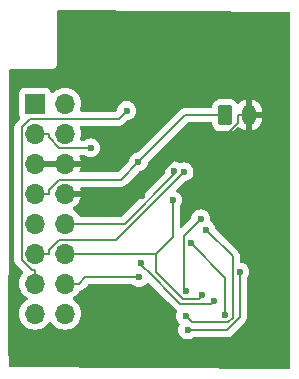
<source format=gbr>
%TF.GenerationSoftware,KiCad,Pcbnew,8.0.0*%
%TF.CreationDate,2024-04-03T23:18:40+02:00*%
%TF.ProjectId,PowerSubsystem,506f7765-7253-4756-9273-797374656d2e,rev?*%
%TF.SameCoordinates,Original*%
%TF.FileFunction,Copper,L2,Bot*%
%TF.FilePolarity,Positive*%
%FSLAX46Y46*%
G04 Gerber Fmt 4.6, Leading zero omitted, Abs format (unit mm)*
G04 Created by KiCad (PCBNEW 8.0.0) date 2024-04-03 23:18:40*
%MOMM*%
%LPD*%
G01*
G04 APERTURE LIST*
G04 Aperture macros list*
%AMRoundRect*
0 Rectangle with rounded corners*
0 $1 Rounding radius*
0 $2 $3 $4 $5 $6 $7 $8 $9 X,Y pos of 4 corners*
0 Add a 4 corners polygon primitive as box body*
4,1,4,$2,$3,$4,$5,$6,$7,$8,$9,$2,$3,0*
0 Add four circle primitives for the rounded corners*
1,1,$1+$1,$2,$3*
1,1,$1+$1,$4,$5*
1,1,$1+$1,$6,$7*
1,1,$1+$1,$8,$9*
0 Add four rect primitives between the rounded corners*
20,1,$1+$1,$2,$3,$4,$5,0*
20,1,$1+$1,$4,$5,$6,$7,0*
20,1,$1+$1,$6,$7,$8,$9,0*
20,1,$1+$1,$8,$9,$2,$3,0*%
G04 Aperture macros list end*
%TA.AperFunction,ComponentPad*%
%ADD10RoundRect,0.250000X-0.350000X-0.625000X0.350000X-0.625000X0.350000X0.625000X-0.350000X0.625000X0*%
%TD*%
%TA.AperFunction,ComponentPad*%
%ADD11O,1.200000X1.750000*%
%TD*%
%TA.AperFunction,ComponentPad*%
%ADD12R,1.700000X1.700000*%
%TD*%
%TA.AperFunction,ComponentPad*%
%ADD13O,1.700000X1.700000*%
%TD*%
%TA.AperFunction,ViaPad*%
%ADD14C,0.600000*%
%TD*%
%TA.AperFunction,Conductor*%
%ADD15C,0.200000*%
%TD*%
G04 APERTURE END LIST*
D10*
%TO.P,J2,1,Pin_1*%
%TO.N,/+BATT*%
X131760000Y-74380000D03*
D11*
%TO.P,J2,2,Pin_2*%
%TO.N,GND*%
X133760000Y-74380000D03*
%TD*%
D12*
%TO.P,J1,1,Pin_1*%
%TO.N,/Motor1A*%
X115660000Y-73410000D03*
D13*
%TO.P,J1,2,Pin_2*%
%TO.N,/PWM1*%
X118200000Y-73410000D03*
%TO.P,J1,3,Pin_3*%
%TO.N,/Motor1B*%
X115660000Y-75950000D03*
%TO.P,J1,4,Pin_4*%
%TO.N,/PWM2*%
X118200000Y-75950000D03*
%TO.P,J1,5,Pin_5*%
%TO.N,GND*%
X115660000Y-78490000D03*
%TO.P,J1,6,Pin_6*%
X118200000Y-78490000D03*
%TO.P,J1,7,Pin_7*%
%TO.N,/+BATT*%
X115660000Y-81030000D03*
%TO.P,J1,8,Pin_8*%
%TO.N,GND*%
X118200000Y-81030000D03*
%TO.P,J1,9,Pin_9*%
%TO.N,/PD7*%
X115660000Y-83570000D03*
%TO.P,J1,10,Pin_10*%
%TO.N,/BATT_ADC*%
X118200000Y-83570000D03*
%TO.P,J1,11,Pin_11*%
%TO.N,VCC1*%
X115660000Y-86110000D03*
%TO.P,J1,12,Pin_12*%
%TO.N,VCC2*%
X118200000Y-86110000D03*
%TO.P,J1,13,Pin_13*%
%TO.N,/Motor2B*%
X115660000Y-88650000D03*
%TO.P,J1,14,Pin_14*%
%TO.N,/PWM3*%
X118200000Y-88650000D03*
%TO.P,J1,15,Pin_15*%
%TO.N,/Motor2A*%
X115660000Y-91190000D03*
%TO.P,J1,16,Pin_16*%
%TO.N,/PWM4*%
X118200000Y-91190000D03*
%TD*%
D14*
%TO.N,Net-(U2-VOUT)*%
X124624000Y-86892500D03*
X130812800Y-90128500D03*
%TO.N,/+BATT*%
X124410000Y-78334000D03*
%TO.N,Net-(IC1-VCP)*%
X131760400Y-91294900D03*
X128837600Y-85227600D03*
%TO.N,/PWM3*%
X124480200Y-88104100D03*
%TO.N,/Motor1B*%
X120350300Y-77147400D03*
%TO.N,/Motor2B*%
X123406900Y-74002500D03*
%TO.N,/BATT_ADC*%
X127438200Y-79109500D03*
%TO.N,Net-(U1-\u002ACHRG)*%
X128424600Y-89288000D03*
X129669500Y-83164600D03*
%TO.N,Net-(U1-\u002ASTDBY)*%
X128395600Y-91393300D03*
X130131200Y-84076200D03*
%TO.N,VCC2*%
X129792100Y-89641000D03*
X127292700Y-81596300D03*
%TO.N,GND*%
X124730200Y-81219400D03*
%TO.N,VCC1*%
X128261700Y-79183100D03*
%TO.N,Net-(U1-CE)*%
X132991700Y-87655800D03*
X128563000Y-92569100D03*
%TD*%
D15*
%TO.N,Net-(U2-VOUT)*%
X125514900Y-87932400D02*
X125514900Y-87934500D01*
X128625500Y-90349400D02*
X128627000Y-90347900D01*
X124624000Y-87041500D02*
X125514900Y-87932400D01*
X130593400Y-90347900D02*
X130812800Y-90128500D01*
X127785700Y-90203200D02*
X127930400Y-90347900D01*
X128066200Y-90347900D02*
X128067700Y-90349400D01*
X128067700Y-90349400D02*
X128625500Y-90349400D01*
X127930400Y-90347900D02*
X128066200Y-90347900D01*
X125514900Y-87934500D02*
X127340700Y-89760300D01*
X127422700Y-89842300D02*
X127783600Y-90203200D01*
X127340900Y-89760300D02*
X127422700Y-89842100D01*
X127340700Y-89760300D02*
X127340900Y-89760300D01*
X124624000Y-86892500D02*
X124624000Y-87041500D01*
X128627000Y-90347900D02*
X130593400Y-90347900D01*
X127783600Y-90203200D02*
X127785700Y-90203200D01*
X127422700Y-89842100D02*
X127422700Y-89842300D01*
%TO.N,/+BATT*%
X128364000Y-74380000D02*
X124410000Y-78334000D01*
X116811700Y-80741900D02*
X116811700Y-81030000D01*
X115660000Y-81030000D02*
X116811700Y-81030000D01*
X117724200Y-79829400D02*
X116811700Y-80741900D01*
X124410000Y-78334000D02*
X122914600Y-79829400D01*
X122914600Y-79829400D02*
X117724200Y-79829400D01*
X131760000Y-74380000D02*
X128364000Y-74380000D01*
%TO.N,Net-(IC1-VCP)*%
X131760400Y-88150400D02*
X131760400Y-91294900D01*
X128837600Y-85227600D02*
X131760400Y-88150400D01*
%TO.N,/PWM3*%
X119897600Y-88104100D02*
X119351700Y-88650000D01*
X118200000Y-88650000D02*
X119351700Y-88650000D01*
X124480200Y-88104100D02*
X119897600Y-88104100D01*
%TO.N,/Motor1B*%
X117721200Y-77147400D02*
X120350300Y-77147400D01*
X116811700Y-76237900D02*
X117721200Y-77147400D01*
X116811700Y-75950000D02*
X116811700Y-76237900D01*
X115660000Y-75950000D02*
X116811700Y-75950000D01*
%TO.N,/Motor2B*%
X115253300Y-74678200D02*
X122731200Y-74678200D01*
X115660000Y-87498300D02*
X115372000Y-87498300D01*
X114508300Y-86634600D02*
X114508300Y-75423200D01*
X115660000Y-88650000D02*
X115660000Y-87498300D01*
X114508300Y-75423200D02*
X115253300Y-74678200D01*
X115372000Y-87498300D02*
X114508300Y-86634600D01*
X122731200Y-74678200D02*
X123406900Y-74002500D01*
%TO.N,/BATT_ADC*%
X127438200Y-79393600D02*
X123261800Y-83570000D01*
X123261800Y-83570000D02*
X119351700Y-83570000D01*
X127438200Y-79109500D02*
X127438200Y-79393600D01*
X118200000Y-83570000D02*
X119351700Y-83570000D01*
%TO.N,Net-(U1-\u002ACHRG)*%
X128235800Y-84598300D02*
X128235800Y-89099200D01*
X129669500Y-83164600D02*
X128235800Y-84598300D01*
X128235800Y-89099200D02*
X128424600Y-89288000D01*
%TO.N,Net-(U1-\u002ASTDBY)*%
X128395600Y-91393300D02*
X128919400Y-91917100D01*
X132012400Y-91917100D02*
X132375300Y-91554200D01*
X132375300Y-91554200D02*
X132375300Y-86320300D01*
X128919400Y-91917100D02*
X132012400Y-91917100D01*
X132375300Y-86320300D02*
X130131200Y-84076200D01*
%TO.N,VCC2*%
X129514400Y-89918700D02*
X129792100Y-89641000D01*
X125916600Y-86110000D02*
X119351700Y-86110000D01*
X118200000Y-86110000D02*
X119351700Y-86110000D01*
X127292700Y-84733900D02*
X125916600Y-86110000D01*
X125916600Y-86110000D02*
X125916600Y-87693500D01*
X127292700Y-81596300D02*
X127292700Y-84733900D01*
X125916600Y-87693500D02*
X128141800Y-89918700D01*
X128141800Y-89918700D02*
X129514400Y-89918700D01*
%TO.N,GND*%
X128369000Y-77258600D02*
X124569200Y-81058400D01*
X118200000Y-81030000D02*
X119351700Y-81030000D01*
X119380100Y-81058400D02*
X119351700Y-81030000D01*
X133760000Y-74380000D02*
X132858300Y-74380000D01*
X124569200Y-81058400D02*
X124730200Y-81219400D01*
X132858300Y-75056300D02*
X130656000Y-77258600D01*
X124569200Y-81058400D02*
X119380100Y-81058400D01*
X130656000Y-77258600D02*
X128369000Y-77258600D01*
X132858300Y-74380000D02*
X132858300Y-75056300D01*
%TO.N,VCC1*%
X116811700Y-86110000D02*
X116811700Y-85822000D01*
X117675400Y-84958300D02*
X122486500Y-84958300D01*
X122486500Y-84958300D02*
X128261700Y-79183100D01*
X116811700Y-85822000D02*
X117675400Y-84958300D01*
X115660000Y-86110000D02*
X116811700Y-86110000D01*
%TO.N,Net-(U1-CE)*%
X131935700Y-92569100D02*
X132991700Y-91513100D01*
X128563000Y-92569100D02*
X131935700Y-92569100D01*
X132991700Y-91513100D02*
X132991700Y-87655800D01*
%TD*%
%TA.AperFunction,Conductor*%
%TO.N,GND*%
G36*
X118393039Y-80449585D02*
G01*
X118438794Y-80502389D01*
X118450000Y-80553900D01*
X118450000Y-80596988D01*
X118392993Y-80564075D01*
X118265826Y-80530000D01*
X118134174Y-80530000D01*
X118007007Y-80564075D01*
X117950000Y-80596988D01*
X117950000Y-80553900D01*
X117969685Y-80486861D01*
X118022489Y-80441106D01*
X118074000Y-80429900D01*
X118326000Y-80429900D01*
X118393039Y-80449585D01*
G37*
%TD.AperFunction*%
%TA.AperFunction,Conductor*%
G36*
X118450000Y-79104900D02*
G01*
X118430315Y-79171939D01*
X118377511Y-79217694D01*
X118326000Y-79228900D01*
X118074000Y-79228900D01*
X118006961Y-79209215D01*
X117961206Y-79156411D01*
X117950000Y-79104900D01*
X117950000Y-78923012D01*
X118007007Y-78955925D01*
X118134174Y-78990000D01*
X118265826Y-78990000D01*
X118392993Y-78955925D01*
X118450000Y-78923012D01*
X118450000Y-79104900D01*
G37*
%TD.AperFunction*%
%TA.AperFunction,Conductor*%
G36*
X117734075Y-78297007D02*
G01*
X117700000Y-78424174D01*
X117700000Y-78555826D01*
X117734075Y-78682993D01*
X117766988Y-78740000D01*
X116093012Y-78740000D01*
X116125925Y-78682993D01*
X116160000Y-78555826D01*
X116160000Y-78424174D01*
X116125925Y-78297007D01*
X116093012Y-78240000D01*
X117766988Y-78240000D01*
X117734075Y-78297007D01*
G37*
%TD.AperFunction*%
%TA.AperFunction,Conductor*%
G36*
X137136792Y-65606005D02*
G01*
X137203687Y-65626174D01*
X137249059Y-65679308D01*
X137259895Y-65729923D01*
X137279096Y-95730876D01*
X137259454Y-95797928D01*
X137206680Y-95843716D01*
X137154198Y-95854952D01*
X113542676Y-95683923D01*
X113475781Y-95663753D01*
X113430409Y-95610619D01*
X113419594Y-95562130D01*
X113390534Y-93927453D01*
X113390514Y-93924938D01*
X113395189Y-92061396D01*
X113402540Y-89130518D01*
X113408602Y-86713654D01*
X113907798Y-86713654D01*
X113912228Y-86730185D01*
X113948723Y-86866385D01*
X113948724Y-86866387D01*
X113948723Y-86866387D01*
X113963801Y-86892501D01*
X113963802Y-86892503D01*
X114027775Y-87003309D01*
X114027781Y-87003317D01*
X114146649Y-87122185D01*
X114146655Y-87122190D01*
X114624602Y-87600137D01*
X114658087Y-87661460D01*
X114653103Y-87731152D01*
X114624615Y-87775487D01*
X114621506Y-87778596D01*
X114485965Y-87972169D01*
X114485964Y-87972171D01*
X114386098Y-88186335D01*
X114386094Y-88186344D01*
X114324938Y-88414586D01*
X114324936Y-88414596D01*
X114304341Y-88649999D01*
X114304341Y-88650000D01*
X114324936Y-88885403D01*
X114324938Y-88885413D01*
X114386094Y-89113655D01*
X114386096Y-89113659D01*
X114386097Y-89113663D01*
X114449906Y-89250501D01*
X114485965Y-89327830D01*
X114485967Y-89327834D01*
X114594281Y-89482521D01*
X114621501Y-89521396D01*
X114621506Y-89521402D01*
X114788597Y-89688493D01*
X114788603Y-89688498D01*
X114974158Y-89818425D01*
X115017783Y-89873002D01*
X115024977Y-89942500D01*
X114993454Y-90004855D01*
X114974158Y-90021575D01*
X114788597Y-90151505D01*
X114621505Y-90318597D01*
X114485965Y-90512169D01*
X114485964Y-90512171D01*
X114386098Y-90726335D01*
X114386094Y-90726344D01*
X114324938Y-90954586D01*
X114324936Y-90954596D01*
X114304341Y-91189999D01*
X114304341Y-91190000D01*
X114324936Y-91425403D01*
X114324938Y-91425413D01*
X114386094Y-91653655D01*
X114386096Y-91653659D01*
X114386097Y-91653663D01*
X114390000Y-91662032D01*
X114485965Y-91867830D01*
X114485967Y-91867834D01*
X114505383Y-91895562D01*
X114621505Y-92061401D01*
X114788599Y-92228495D01*
X114885384Y-92296265D01*
X114982165Y-92364032D01*
X114982167Y-92364033D01*
X114982170Y-92364035D01*
X115196337Y-92463903D01*
X115424592Y-92525063D01*
X115612918Y-92541539D01*
X115659999Y-92545659D01*
X115660000Y-92545659D01*
X115660001Y-92545659D01*
X115699234Y-92542226D01*
X115895408Y-92525063D01*
X116123663Y-92463903D01*
X116337830Y-92364035D01*
X116531401Y-92228495D01*
X116698495Y-92061401D01*
X116828425Y-91875842D01*
X116883002Y-91832217D01*
X116952500Y-91825023D01*
X117014855Y-91856546D01*
X117031575Y-91875842D01*
X117161500Y-92061395D01*
X117161505Y-92061401D01*
X117328599Y-92228495D01*
X117425384Y-92296265D01*
X117522165Y-92364032D01*
X117522167Y-92364033D01*
X117522170Y-92364035D01*
X117736337Y-92463903D01*
X117964592Y-92525063D01*
X118152918Y-92541539D01*
X118199999Y-92545659D01*
X118200000Y-92545659D01*
X118200001Y-92545659D01*
X118239234Y-92542226D01*
X118435408Y-92525063D01*
X118663663Y-92463903D01*
X118877830Y-92364035D01*
X119071401Y-92228495D01*
X119238495Y-92061401D01*
X119374035Y-91867830D01*
X119473903Y-91653663D01*
X119535063Y-91425408D01*
X119555659Y-91190000D01*
X119535063Y-90954592D01*
X119473903Y-90726337D01*
X119374035Y-90512171D01*
X119368425Y-90504158D01*
X119238494Y-90318597D01*
X119071402Y-90151506D01*
X119071396Y-90151501D01*
X118885842Y-90021575D01*
X118842217Y-89966998D01*
X118835023Y-89897500D01*
X118866546Y-89835145D01*
X118885842Y-89818425D01*
X118908026Y-89802891D01*
X119071401Y-89688495D01*
X119238495Y-89521401D01*
X119374035Y-89327830D01*
X119382707Y-89309233D01*
X119428879Y-89256793D01*
X119462990Y-89241863D01*
X119583485Y-89209577D01*
X119637732Y-89178257D01*
X119720416Y-89130520D01*
X119832220Y-89018716D01*
X119832220Y-89018714D01*
X119842421Y-89008514D01*
X119842424Y-89008509D01*
X120110017Y-88740916D01*
X120171339Y-88707434D01*
X120197697Y-88704600D01*
X123897788Y-88704600D01*
X123964827Y-88724285D01*
X123975103Y-88731655D01*
X123977936Y-88733914D01*
X123977938Y-88733916D01*
X124130678Y-88829889D01*
X124300945Y-88889468D01*
X124300950Y-88889469D01*
X124480196Y-88909665D01*
X124480200Y-88909665D01*
X124480204Y-88909665D01*
X124659449Y-88889469D01*
X124659452Y-88889468D01*
X124659455Y-88889468D01*
X124829722Y-88829889D01*
X124982462Y-88733916D01*
X125110016Y-88606362D01*
X125115080Y-88598301D01*
X125167413Y-88552010D01*
X125236467Y-88541360D01*
X125300316Y-88569734D01*
X125307756Y-88576591D01*
X126855839Y-90124674D01*
X126855849Y-90124685D01*
X126860179Y-90129015D01*
X126860180Y-90129016D01*
X126942180Y-90211016D01*
X127053985Y-90322821D01*
X127414880Y-90683717D01*
X127417458Y-90685695D01*
X127429657Y-90696393D01*
X127561684Y-90828420D01*
X127628842Y-90867193D01*
X127677058Y-90917760D01*
X127690282Y-90986367D01*
X127671841Y-91040547D01*
X127669809Y-91043780D01*
X127610233Y-91214037D01*
X127610230Y-91214050D01*
X127590035Y-91393296D01*
X127590035Y-91393303D01*
X127610230Y-91572549D01*
X127610231Y-91572554D01*
X127669811Y-91742823D01*
X127765784Y-91895562D01*
X127864755Y-91994533D01*
X127898240Y-92055856D01*
X127893256Y-92125548D01*
X127882069Y-92148185D01*
X127837211Y-92219577D01*
X127777631Y-92389845D01*
X127777630Y-92389850D01*
X127757435Y-92569096D01*
X127757435Y-92569103D01*
X127777630Y-92748349D01*
X127777631Y-92748354D01*
X127837211Y-92918623D01*
X127933184Y-93071362D01*
X128060738Y-93198916D01*
X128213478Y-93294889D01*
X128383745Y-93354468D01*
X128383750Y-93354469D01*
X128562996Y-93374665D01*
X128563000Y-93374665D01*
X128563004Y-93374665D01*
X128742249Y-93354469D01*
X128742252Y-93354468D01*
X128742255Y-93354468D01*
X128912522Y-93294889D01*
X129065262Y-93198916D01*
X129065267Y-93198910D01*
X129068097Y-93196655D01*
X129070275Y-93195765D01*
X129071158Y-93195211D01*
X129071255Y-93195365D01*
X129132783Y-93170245D01*
X129145412Y-93169600D01*
X131849031Y-93169600D01*
X131849047Y-93169601D01*
X131856643Y-93169601D01*
X132014754Y-93169601D01*
X132014757Y-93169601D01*
X132167485Y-93128677D01*
X132217604Y-93099739D01*
X132304416Y-93049620D01*
X132416220Y-92937816D01*
X132416220Y-92937814D01*
X132426428Y-92927607D01*
X132426429Y-92927604D01*
X133472220Y-91881816D01*
X133551277Y-91744884D01*
X133592201Y-91592157D01*
X133592201Y-91434042D01*
X133592201Y-91426447D01*
X133592200Y-91426429D01*
X133592200Y-88238212D01*
X133611885Y-88171173D01*
X133619255Y-88160897D01*
X133621510Y-88158067D01*
X133621516Y-88158062D01*
X133717489Y-88005322D01*
X133777068Y-87835055D01*
X133777069Y-87835049D01*
X133797265Y-87655803D01*
X133797265Y-87655796D01*
X133777069Y-87476550D01*
X133777068Y-87476545D01*
X133757017Y-87419243D01*
X133717489Y-87306278D01*
X133621516Y-87153538D01*
X133493962Y-87025984D01*
X133457875Y-87003309D01*
X133341223Y-86930011D01*
X133170952Y-86870431D01*
X133085915Y-86860849D01*
X133021502Y-86833782D01*
X132981947Y-86776187D01*
X132975800Y-86737629D01*
X132975800Y-86409360D01*
X132975801Y-86409347D01*
X132975801Y-86241244D01*
X132934876Y-86088514D01*
X132934873Y-86088509D01*
X132855824Y-85951590D01*
X132855818Y-85951582D01*
X130961900Y-84057665D01*
X130928415Y-83996342D01*
X130926363Y-83983886D01*
X130916568Y-83896945D01*
X130856989Y-83726678D01*
X130761016Y-83573938D01*
X130633462Y-83446384D01*
X130521856Y-83376257D01*
X130475567Y-83323924D01*
X130464610Y-83257382D01*
X130475065Y-83164600D01*
X130472977Y-83146065D01*
X130454869Y-82985350D01*
X130454868Y-82985345D01*
X130448332Y-82966666D01*
X130395289Y-82815078D01*
X130299316Y-82662338D01*
X130171762Y-82534784D01*
X130166537Y-82531501D01*
X130019023Y-82438811D01*
X129848754Y-82379231D01*
X129848749Y-82379230D01*
X129669504Y-82359035D01*
X129669496Y-82359035D01*
X129490250Y-82379230D01*
X129490245Y-82379231D01*
X129319976Y-82438811D01*
X129167237Y-82534784D01*
X129039684Y-82662337D01*
X128943710Y-82815078D01*
X128884130Y-82985350D01*
X128874337Y-83072268D01*
X128847270Y-83136682D01*
X128838798Y-83146065D01*
X128104881Y-83879983D01*
X128043558Y-83913468D01*
X127973867Y-83908484D01*
X127917933Y-83866612D01*
X127893516Y-83801148D01*
X127893200Y-83792302D01*
X127893200Y-82178712D01*
X127912885Y-82111673D01*
X127920255Y-82101397D01*
X127922510Y-82098567D01*
X127922516Y-82098562D01*
X128018489Y-81945822D01*
X128078068Y-81775555D01*
X128084845Y-81715406D01*
X128098265Y-81596303D01*
X128098265Y-81596296D01*
X128078069Y-81417050D01*
X128078068Y-81417045D01*
X128018488Y-81246776D01*
X127922515Y-81094037D01*
X127794960Y-80966482D01*
X127639571Y-80868844D01*
X127593281Y-80816510D01*
X127582633Y-80747456D01*
X127611008Y-80683608D01*
X127617851Y-80676182D01*
X128280235Y-80013798D01*
X128341556Y-79980315D01*
X128354011Y-79978263D01*
X128440955Y-79968468D01*
X128611222Y-79908889D01*
X128763962Y-79812916D01*
X128891516Y-79685362D01*
X128987489Y-79532622D01*
X129047068Y-79362355D01*
X129047069Y-79362349D01*
X129067265Y-79183103D01*
X129067265Y-79183096D01*
X129047069Y-79003850D01*
X129047068Y-79003845D01*
X129021314Y-78930245D01*
X128987489Y-78833578D01*
X128891516Y-78680838D01*
X128763962Y-78553284D01*
X128611223Y-78457311D01*
X128440954Y-78397731D01*
X128440949Y-78397730D01*
X128261704Y-78377535D01*
X128261696Y-78377535D01*
X128082450Y-78397730D01*
X128082445Y-78397731D01*
X127963839Y-78439234D01*
X127894060Y-78442795D01*
X127856912Y-78427186D01*
X127787722Y-78383711D01*
X127617454Y-78324131D01*
X127617449Y-78324130D01*
X127438204Y-78303935D01*
X127438196Y-78303935D01*
X127258950Y-78324130D01*
X127258945Y-78324131D01*
X127088676Y-78383711D01*
X126935937Y-78479684D01*
X126808384Y-78607237D01*
X126712411Y-78759976D01*
X126652831Y-78930245D01*
X126652830Y-78930250D01*
X126632635Y-79109496D01*
X126632635Y-79109504D01*
X126650294Y-79266243D01*
X126638239Y-79335065D01*
X126614755Y-79367807D01*
X123049384Y-82933181D01*
X122988061Y-82966666D01*
X122961703Y-82969500D01*
X119489091Y-82969500D01*
X119422052Y-82949815D01*
X119376711Y-82897909D01*
X119374037Y-82892175D01*
X119374034Y-82892170D01*
X119238494Y-82698597D01*
X119071402Y-82531506D01*
X119071401Y-82531505D01*
X118885405Y-82401269D01*
X118841781Y-82346692D01*
X118834588Y-82277193D01*
X118866110Y-82214839D01*
X118885405Y-82198119D01*
X119071082Y-82068105D01*
X119238105Y-81901082D01*
X119373600Y-81707578D01*
X119473429Y-81493492D01*
X119473432Y-81493486D01*
X119530636Y-81280000D01*
X118633012Y-81280000D01*
X118665925Y-81222993D01*
X118700000Y-81095826D01*
X118700000Y-80964174D01*
X118665925Y-80837007D01*
X118633012Y-80780000D01*
X119530636Y-80780000D01*
X119530635Y-80779999D01*
X119478652Y-80585994D01*
X119480315Y-80516144D01*
X119519477Y-80458281D01*
X119583706Y-80430777D01*
X119598427Y-80429900D01*
X122827931Y-80429900D01*
X122827947Y-80429901D01*
X122835543Y-80429901D01*
X122993654Y-80429901D01*
X122993657Y-80429901D01*
X123146385Y-80388977D01*
X123210134Y-80352171D01*
X123283316Y-80309920D01*
X123395120Y-80198116D01*
X123395120Y-80198114D01*
X123405324Y-80187911D01*
X123405328Y-80187906D01*
X124428535Y-79164698D01*
X124489856Y-79131215D01*
X124502311Y-79129163D01*
X124589255Y-79119368D01*
X124759522Y-79059789D01*
X124912262Y-78963816D01*
X125039816Y-78836262D01*
X125135789Y-78683522D01*
X125195368Y-78513255D01*
X125205161Y-78426329D01*
X125232226Y-78361918D01*
X125240690Y-78352543D01*
X128576416Y-75016819D01*
X128637739Y-74983334D01*
X128664097Y-74980500D01*
X130539911Y-74980500D01*
X130606950Y-75000185D01*
X130652705Y-75052989D01*
X130663269Y-75091898D01*
X130670001Y-75157797D01*
X130670001Y-75157799D01*
X130710064Y-75278700D01*
X130725186Y-75324334D01*
X130817288Y-75473656D01*
X130941344Y-75597712D01*
X131090666Y-75689814D01*
X131257203Y-75744999D01*
X131359991Y-75755500D01*
X132160008Y-75755499D01*
X132160016Y-75755498D01*
X132160019Y-75755498D01*
X132216302Y-75749748D01*
X132262797Y-75744999D01*
X132429334Y-75689814D01*
X132578656Y-75597712D01*
X132702712Y-75473656D01*
X132742581Y-75409016D01*
X132794525Y-75362294D01*
X132863488Y-75351071D01*
X132927570Y-75378914D01*
X132935799Y-75386434D01*
X133043397Y-75494032D01*
X133183475Y-75595804D01*
X133337744Y-75674408D01*
X133502415Y-75727914D01*
X133502414Y-75727914D01*
X133509999Y-75729115D01*
X133510000Y-75729114D01*
X133510000Y-74660330D01*
X133529745Y-74680075D01*
X133615255Y-74729444D01*
X133710630Y-74755000D01*
X133809370Y-74755000D01*
X133904745Y-74729444D01*
X133990255Y-74680075D01*
X134010000Y-74660330D01*
X134010000Y-75729115D01*
X134017584Y-75727914D01*
X134182255Y-75674408D01*
X134336524Y-75595804D01*
X134476602Y-75494032D01*
X134599032Y-75371602D01*
X134700804Y-75231524D01*
X134779408Y-75077257D01*
X134832914Y-74912584D01*
X134860000Y-74741571D01*
X134860000Y-74630000D01*
X134040330Y-74630000D01*
X134060075Y-74610255D01*
X134109444Y-74524745D01*
X134135000Y-74429370D01*
X134135000Y-74330630D01*
X134109444Y-74235255D01*
X134060075Y-74149745D01*
X134040330Y-74130000D01*
X134860000Y-74130000D01*
X134860000Y-74018428D01*
X134832914Y-73847415D01*
X134779408Y-73682742D01*
X134700804Y-73528475D01*
X134599032Y-73388397D01*
X134476602Y-73265967D01*
X134336524Y-73164195D01*
X134182257Y-73085591D01*
X134017589Y-73032087D01*
X134017581Y-73032085D01*
X134010000Y-73030884D01*
X134010000Y-74099670D01*
X133990255Y-74079925D01*
X133904745Y-74030556D01*
X133809370Y-74005000D01*
X133710630Y-74005000D01*
X133615255Y-74030556D01*
X133529745Y-74079925D01*
X133510000Y-74099670D01*
X133510000Y-73030884D01*
X133509999Y-73030884D01*
X133502418Y-73032085D01*
X133502410Y-73032087D01*
X133337742Y-73085591D01*
X133183475Y-73164195D01*
X133043401Y-73265964D01*
X132935799Y-73373566D01*
X132874476Y-73407050D01*
X132804784Y-73402066D01*
X132748851Y-73360194D01*
X132742585Y-73350988D01*
X132702712Y-73286344D01*
X132578656Y-73162288D01*
X132429334Y-73070186D01*
X132262797Y-73015001D01*
X132262795Y-73015000D01*
X132160010Y-73004500D01*
X131359998Y-73004500D01*
X131359980Y-73004501D01*
X131257203Y-73015000D01*
X131257200Y-73015001D01*
X131090668Y-73070185D01*
X131090663Y-73070187D01*
X130941342Y-73162289D01*
X130817289Y-73286342D01*
X130725187Y-73435663D01*
X130725185Y-73435668D01*
X130670001Y-73602204D01*
X130670000Y-73602205D01*
X130663268Y-73668103D01*
X130636871Y-73732795D01*
X130579690Y-73772946D01*
X130539910Y-73779500D01*
X128284940Y-73779500D01*
X128244019Y-73790464D01*
X128244019Y-73790465D01*
X128206751Y-73800451D01*
X128132214Y-73820423D01*
X128132209Y-73820426D01*
X127995290Y-73899475D01*
X127995282Y-73899481D01*
X127883478Y-74011286D01*
X124391465Y-77503298D01*
X124330142Y-77536783D01*
X124317668Y-77538837D01*
X124230750Y-77548630D01*
X124060478Y-77608210D01*
X123907737Y-77704184D01*
X123780184Y-77831737D01*
X123684210Y-77984478D01*
X123624630Y-78154750D01*
X123614837Y-78241668D01*
X123587770Y-78306082D01*
X123579298Y-78315465D01*
X122702184Y-79192581D01*
X122640861Y-79226066D01*
X122614503Y-79228900D01*
X119539647Y-79228900D01*
X119472608Y-79209215D01*
X119426853Y-79156411D01*
X119416909Y-79087253D01*
X119427265Y-79052496D01*
X119473428Y-78953497D01*
X119473432Y-78953486D01*
X119530636Y-78740000D01*
X118633012Y-78740000D01*
X118665925Y-78682993D01*
X118700000Y-78555826D01*
X118700000Y-78424174D01*
X118665925Y-78297007D01*
X118633012Y-78240000D01*
X119530636Y-78240000D01*
X119530635Y-78239999D01*
X119473432Y-78026513D01*
X119473429Y-78026507D01*
X119425772Y-77924305D01*
X119415280Y-77855228D01*
X119443800Y-77791444D01*
X119502276Y-77753204D01*
X119538154Y-77747900D01*
X119767888Y-77747900D01*
X119834927Y-77767585D01*
X119845203Y-77774955D01*
X119848036Y-77777214D01*
X119848038Y-77777216D01*
X120000778Y-77873189D01*
X120146859Y-77924305D01*
X120171045Y-77932768D01*
X120171050Y-77932769D01*
X120350296Y-77952965D01*
X120350300Y-77952965D01*
X120350304Y-77952965D01*
X120529549Y-77932769D01*
X120529552Y-77932768D01*
X120529555Y-77932768D01*
X120699822Y-77873189D01*
X120852562Y-77777216D01*
X120980116Y-77649662D01*
X121076089Y-77496922D01*
X121135668Y-77326655D01*
X121138034Y-77305659D01*
X121155865Y-77147403D01*
X121155865Y-77147396D01*
X121135669Y-76968150D01*
X121135668Y-76968145D01*
X121076088Y-76797876D01*
X120980115Y-76645137D01*
X120852562Y-76517584D01*
X120699823Y-76421611D01*
X120529554Y-76362031D01*
X120529549Y-76362030D01*
X120350304Y-76341835D01*
X120350296Y-76341835D01*
X120171050Y-76362030D01*
X120171045Y-76362031D01*
X120000776Y-76421611D01*
X119848036Y-76517585D01*
X119845203Y-76519845D01*
X119843024Y-76520734D01*
X119842142Y-76521289D01*
X119842044Y-76521134D01*
X119780517Y-76546255D01*
X119767888Y-76546900D01*
X119599802Y-76546900D01*
X119532763Y-76527215D01*
X119487008Y-76474411D01*
X119477064Y-76405253D01*
X119480027Y-76390807D01*
X119487737Y-76362032D01*
X119535063Y-76185408D01*
X119555659Y-75950000D01*
X119535063Y-75714592D01*
X119473903Y-75486337D01*
X119459338Y-75455104D01*
X119448847Y-75386028D01*
X119477367Y-75322244D01*
X119535843Y-75284004D01*
X119571721Y-75278700D01*
X122644531Y-75278700D01*
X122644547Y-75278701D01*
X122652143Y-75278701D01*
X122810254Y-75278701D01*
X122810257Y-75278701D01*
X122962985Y-75237777D01*
X123043284Y-75191416D01*
X123043295Y-75191410D01*
X123099909Y-75158724D01*
X123099908Y-75158724D01*
X123099916Y-75158720D01*
X123211720Y-75046916D01*
X123211720Y-75046914D01*
X123221924Y-75036711D01*
X123221928Y-75036706D01*
X123425435Y-74833198D01*
X123486756Y-74799715D01*
X123499211Y-74797663D01*
X123586155Y-74787868D01*
X123756422Y-74728289D01*
X123909162Y-74632316D01*
X124036716Y-74504762D01*
X124132689Y-74352022D01*
X124192268Y-74181755D01*
X124195875Y-74149745D01*
X124212465Y-74002503D01*
X124212465Y-74002496D01*
X124192269Y-73823250D01*
X124192268Y-73823245D01*
X124132688Y-73652976D01*
X124093482Y-73590580D01*
X124036716Y-73500238D01*
X123909162Y-73372684D01*
X123889284Y-73360194D01*
X123756423Y-73276711D01*
X123586154Y-73217131D01*
X123586149Y-73217130D01*
X123406904Y-73196935D01*
X123406896Y-73196935D01*
X123227650Y-73217130D01*
X123227645Y-73217131D01*
X123057376Y-73276711D01*
X122904637Y-73372684D01*
X122777084Y-73500237D01*
X122681110Y-73652978D01*
X122621530Y-73823250D01*
X122611737Y-73910167D01*
X122584670Y-73974581D01*
X122576200Y-73983963D01*
X122518785Y-74041380D01*
X122457462Y-74074866D01*
X122431102Y-74077700D01*
X119573400Y-74077700D01*
X119506361Y-74058015D01*
X119460606Y-74005211D01*
X119450662Y-73936053D01*
X119461018Y-73901296D01*
X119473900Y-73873669D01*
X119473903Y-73873663D01*
X119535063Y-73645408D01*
X119555659Y-73410000D01*
X119535063Y-73174592D01*
X119473903Y-72946337D01*
X119374035Y-72732171D01*
X119238495Y-72538599D01*
X119238494Y-72538597D01*
X119071402Y-72371506D01*
X119071395Y-72371501D01*
X118877834Y-72235967D01*
X118877830Y-72235965D01*
X118877828Y-72235964D01*
X118663663Y-72136097D01*
X118663659Y-72136096D01*
X118663655Y-72136094D01*
X118435413Y-72074938D01*
X118435403Y-72074936D01*
X118200001Y-72054341D01*
X118199999Y-72054341D01*
X117964596Y-72074936D01*
X117964586Y-72074938D01*
X117736344Y-72136094D01*
X117736335Y-72136098D01*
X117522171Y-72235964D01*
X117522169Y-72235965D01*
X117328600Y-72371503D01*
X117206673Y-72493430D01*
X117145350Y-72526914D01*
X117075658Y-72521930D01*
X117019725Y-72480058D01*
X117002810Y-72449081D01*
X116953797Y-72317671D01*
X116953793Y-72317664D01*
X116867547Y-72202455D01*
X116867544Y-72202452D01*
X116752335Y-72116206D01*
X116752328Y-72116202D01*
X116617482Y-72065908D01*
X116617483Y-72065908D01*
X116557883Y-72059501D01*
X116557881Y-72059500D01*
X116557873Y-72059500D01*
X116557864Y-72059500D01*
X114762129Y-72059500D01*
X114762123Y-72059501D01*
X114702516Y-72065908D01*
X114567671Y-72116202D01*
X114567664Y-72116206D01*
X114452455Y-72202452D01*
X114452452Y-72202455D01*
X114366206Y-72317664D01*
X114366202Y-72317671D01*
X114315908Y-72452517D01*
X114309501Y-72512116D01*
X114309500Y-72512135D01*
X114309500Y-74307870D01*
X114309501Y-74307876D01*
X114315908Y-74367483D01*
X114366202Y-74502328D01*
X114366204Y-74502331D01*
X114393313Y-74538544D01*
X114417730Y-74604008D01*
X114402878Y-74672281D01*
X114381727Y-74700536D01*
X114139586Y-74942678D01*
X114027781Y-75054482D01*
X114027779Y-75054485D01*
X113977661Y-75141294D01*
X113977659Y-75141296D01*
X113948725Y-75191409D01*
X113948724Y-75191410D01*
X113948722Y-75191417D01*
X113907799Y-75344143D01*
X113907799Y-75344145D01*
X113907799Y-75512246D01*
X113907800Y-75512259D01*
X113907800Y-86547930D01*
X113907799Y-86547948D01*
X113907799Y-86713654D01*
X113907798Y-86713654D01*
X113408602Y-86713654D01*
X113448936Y-70634189D01*
X113468789Y-70567199D01*
X113521708Y-70521577D01*
X113572936Y-70510500D01*
X116988058Y-70510500D01*
X116988794Y-70510502D01*
X116989405Y-70510505D01*
X117052918Y-70510883D01*
X117052919Y-70510882D01*
X117052981Y-70510883D01*
X117053962Y-70510754D01*
X117054717Y-70510656D01*
X117055830Y-70510516D01*
X117055890Y-70510500D01*
X117055892Y-70510500D01*
X117117968Y-70493865D01*
X117118232Y-70493795D01*
X117180412Y-70477531D01*
X117180414Y-70477529D01*
X117180466Y-70477516D01*
X117181468Y-70477102D01*
X117182122Y-70476833D01*
X117183137Y-70476419D01*
X117183181Y-70476393D01*
X117183186Y-70476392D01*
X117238805Y-70444278D01*
X117239255Y-70444021D01*
X117294976Y-70412292D01*
X117295835Y-70411634D01*
X117296357Y-70411235D01*
X117297271Y-70410541D01*
X117297309Y-70410502D01*
X117297314Y-70410500D01*
X117342856Y-70364957D01*
X117388667Y-70319688D01*
X117388669Y-70319684D01*
X117388708Y-70319646D01*
X117389395Y-70318752D01*
X117389828Y-70318191D01*
X117390474Y-70317358D01*
X117390498Y-70317315D01*
X117390500Y-70317314D01*
X117422530Y-70261835D01*
X117422902Y-70261195D01*
X117429299Y-70250265D01*
X117455236Y-70205953D01*
X117455236Y-70205950D01*
X117455265Y-70205902D01*
X117455724Y-70204796D01*
X117455986Y-70204169D01*
X117456380Y-70203232D01*
X117472962Y-70141343D01*
X117473092Y-70140858D01*
X117490100Y-70078864D01*
X117490100Y-70078858D01*
X117490112Y-70078815D01*
X117490253Y-70077751D01*
X117490345Y-70077070D01*
X117490500Y-70075942D01*
X117490500Y-70011930D01*
X117490502Y-70011193D01*
X117515935Y-65729923D01*
X117516776Y-65588265D01*
X117536859Y-65521346D01*
X117589933Y-65475906D01*
X117641666Y-65465007D01*
X137136792Y-65606005D01*
G37*
%TD.AperFunction*%
%TD*%
M02*

</source>
